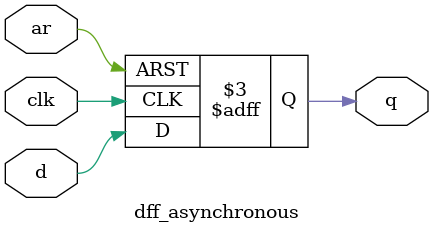
<source format=v>
module dff_asynchronous (
    input clk,
    input d, 
    input ar,   // asynchronous reset
    output q);
    always @(posedge clk or posedge ar)
        begin
            if(ar==1'b1)
                q<=1'b0;
            else
                q<=d;
        end
endmodule

</source>
